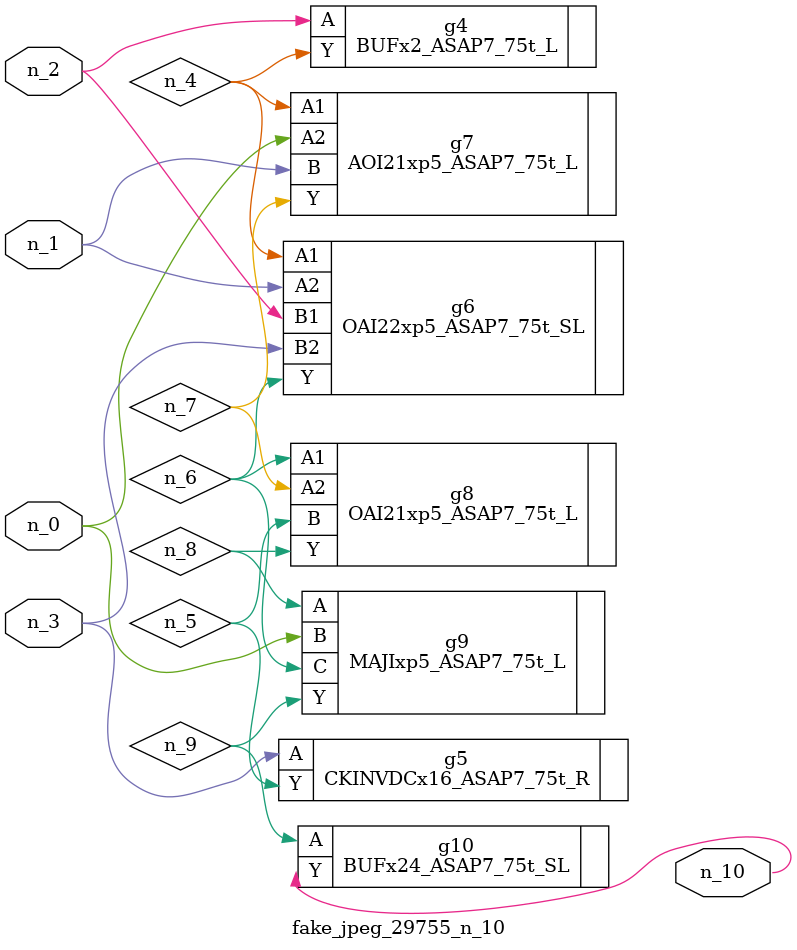
<source format=v>
module fake_jpeg_29755_n_10 (n_0, n_3, n_2, n_1, n_10);

input n_0;
input n_3;
input n_2;
input n_1;

output n_10;

wire n_4;
wire n_8;
wire n_9;
wire n_6;
wire n_5;
wire n_7;

BUFx2_ASAP7_75t_L g4 ( 
.A(n_2),
.Y(n_4)
);

CKINVDCx16_ASAP7_75t_R g5 ( 
.A(n_3),
.Y(n_5)
);

OAI22xp5_ASAP7_75t_SL g6 ( 
.A1(n_4),
.A2(n_1),
.B1(n_2),
.B2(n_3),
.Y(n_6)
);

OAI21xp5_ASAP7_75t_L g8 ( 
.A1(n_6),
.A2(n_7),
.B(n_5),
.Y(n_8)
);

AOI21xp5_ASAP7_75t_L g7 ( 
.A1(n_4),
.A2(n_0),
.B(n_1),
.Y(n_7)
);

MAJIxp5_ASAP7_75t_L g9 ( 
.A(n_8),
.B(n_0),
.C(n_6),
.Y(n_9)
);

BUFx24_ASAP7_75t_SL g10 ( 
.A(n_9),
.Y(n_10)
);


endmodule
</source>
